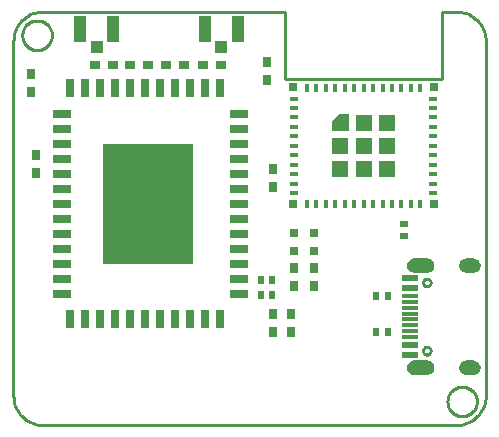
<source format=gbr>
G04 EAGLE Gerber RS-274X export*
G75*
%MOMM*%
%FSLAX34Y34*%
%LPD*%
%INSolderpaste Top*%
%IPPOS*%
%AMOC8*
5,1,8,0,0,1.08239X$1,22.5*%
G01*
%ADD10R,0.800000X0.400000*%
%ADD11R,0.400000X0.800000*%
%ADD12R,1.450000X1.450000*%
%ADD13R,0.700000X0.700000*%
%ADD14R,0.600000X0.700000*%
%ADD15R,1.450000X0.300000*%
%ADD16R,1.450000X0.600000*%
%ADD17R,1.450000X0.550000*%
%ADD18R,0.700000X0.600000*%
%ADD19R,0.800000X1.500000*%
%ADD20R,1.500000X0.800000*%
%ADD21R,7.620000X10.160000*%
%ADD22R,1.050000X2.200000*%
%ADD23R,1.000000X1.050000*%
%ADD24R,0.800000X0.900000*%
%ADD25R,0.900000X0.800000*%
%ADD26R,0.800000X0.800000*%
%ADD27C,0.254000*%

G36*
X350805Y129054D02*
X350805Y129054D01*
X350808Y129051D01*
X352075Y129256D01*
X352081Y129262D01*
X352086Y129259D01*
X353275Y129741D01*
X353279Y129748D01*
X353285Y129746D01*
X354338Y130480D01*
X354340Y130488D01*
X354346Y130487D01*
X355209Y131437D01*
X355210Y131446D01*
X355215Y131446D01*
X355845Y132565D01*
X355844Y132573D01*
X355850Y132575D01*
X356215Y133805D01*
X356212Y133812D01*
X356216Y133815D01*
X356215Y133815D01*
X356217Y133816D01*
X356299Y135097D01*
X356297Y135101D01*
X356299Y135103D01*
X356217Y136384D01*
X356211Y136390D01*
X356215Y136395D01*
X355850Y137625D01*
X355843Y137630D01*
X355845Y137635D01*
X355215Y138754D01*
X355208Y138757D01*
X355209Y138763D01*
X354346Y139713D01*
X354338Y139714D01*
X354338Y139720D01*
X353285Y140454D01*
X353277Y140454D01*
X353275Y140459D01*
X352086Y140941D01*
X352078Y140939D01*
X352075Y140944D01*
X350808Y141149D01*
X350803Y141146D01*
X350800Y141149D01*
X338800Y141149D01*
X338796Y141146D01*
X338793Y141149D01*
X337671Y140994D01*
X337666Y140989D01*
X337662Y140992D01*
X336591Y140621D01*
X336587Y140615D01*
X336582Y140617D01*
X335605Y140044D01*
X335602Y140038D01*
X335597Y140039D01*
X334750Y139286D01*
X334748Y139279D01*
X334743Y139279D01*
X334059Y138376D01*
X334059Y138369D01*
X334054Y138368D01*
X333559Y137349D01*
X333561Y137342D01*
X333559Y137341D01*
X333556Y137340D01*
X333269Y136243D01*
X333272Y136237D01*
X333268Y136234D01*
X333201Y135103D01*
X333203Y135099D01*
X333201Y135097D01*
X333268Y133966D01*
X333273Y133961D01*
X333269Y133957D01*
X333556Y132860D01*
X333562Y132856D01*
X333559Y132851D01*
X334054Y131832D01*
X334060Y131829D01*
X334059Y131824D01*
X334743Y130921D01*
X334750Y130919D01*
X334750Y130914D01*
X335597Y130161D01*
X335604Y130161D01*
X335605Y130156D01*
X336582Y129583D01*
X336589Y129584D01*
X336591Y129579D01*
X337662Y129208D01*
X337668Y129211D01*
X337671Y129206D01*
X338793Y129051D01*
X338798Y129054D01*
X338800Y129051D01*
X350800Y129051D01*
X350805Y129054D01*
G37*
G36*
X350805Y42654D02*
X350805Y42654D01*
X350808Y42651D01*
X352075Y42856D01*
X352081Y42862D01*
X352086Y42859D01*
X353275Y43341D01*
X353279Y43348D01*
X353285Y43346D01*
X354338Y44080D01*
X354340Y44088D01*
X354346Y44087D01*
X355209Y45037D01*
X355210Y45046D01*
X355215Y45046D01*
X355845Y46165D01*
X355844Y46173D01*
X355850Y46175D01*
X356215Y47405D01*
X356212Y47412D01*
X356216Y47415D01*
X356215Y47415D01*
X356217Y47416D01*
X356299Y48697D01*
X356297Y48701D01*
X356299Y48703D01*
X356217Y49984D01*
X356211Y49990D01*
X356215Y49995D01*
X355850Y51225D01*
X355843Y51230D01*
X355845Y51235D01*
X355215Y52354D01*
X355208Y52357D01*
X355209Y52363D01*
X354346Y53313D01*
X354338Y53314D01*
X354338Y53320D01*
X353285Y54054D01*
X353277Y54054D01*
X353275Y54059D01*
X352086Y54541D01*
X352078Y54539D01*
X352075Y54544D01*
X350808Y54749D01*
X350803Y54746D01*
X350800Y54749D01*
X338800Y54749D01*
X338796Y54746D01*
X338793Y54749D01*
X337671Y54594D01*
X337666Y54589D01*
X337662Y54592D01*
X336591Y54221D01*
X336587Y54215D01*
X336582Y54217D01*
X335605Y53644D01*
X335602Y53638D01*
X335597Y53639D01*
X334750Y52886D01*
X334748Y52879D01*
X334743Y52879D01*
X334059Y51976D01*
X334059Y51969D01*
X334054Y51968D01*
X333559Y50949D01*
X333561Y50942D01*
X333559Y50941D01*
X333556Y50940D01*
X333269Y49843D01*
X333272Y49837D01*
X333268Y49834D01*
X333201Y48703D01*
X333203Y48699D01*
X333201Y48697D01*
X333268Y47566D01*
X333273Y47561D01*
X333269Y47557D01*
X333556Y46460D01*
X333562Y46456D01*
X333559Y46451D01*
X334054Y45432D01*
X334060Y45429D01*
X334059Y45424D01*
X334743Y44521D01*
X334750Y44519D01*
X334750Y44514D01*
X335597Y43761D01*
X335604Y43761D01*
X335605Y43756D01*
X336582Y43183D01*
X336589Y43184D01*
X336591Y43179D01*
X337662Y42808D01*
X337668Y42811D01*
X337671Y42806D01*
X338793Y42651D01*
X338798Y42654D01*
X338800Y42651D01*
X350800Y42651D01*
X350805Y42654D01*
G37*
G36*
X284085Y248919D02*
X284085Y248919D01*
X284080Y248926D01*
X284087Y248932D01*
X284087Y263432D01*
X284051Y263479D01*
X284044Y263474D01*
X284038Y263481D01*
X275538Y263481D01*
X275517Y263465D01*
X275503Y263467D01*
X269503Y257467D01*
X269500Y257440D01*
X269489Y257432D01*
X269489Y248932D01*
X269525Y248885D01*
X269532Y248890D01*
X269538Y248883D01*
X284038Y248883D01*
X284085Y248919D01*
G37*
G36*
X389604Y129053D02*
X389604Y129053D01*
X389606Y129051D01*
X390935Y129206D01*
X390941Y129212D01*
X390945Y129209D01*
X392206Y129656D01*
X392211Y129663D01*
X392216Y129661D01*
X393346Y130378D01*
X393349Y130385D01*
X393355Y130384D01*
X394297Y131335D01*
X394298Y131343D01*
X394304Y131343D01*
X395011Y132479D01*
X395011Y132484D01*
X395012Y132485D01*
X395011Y132487D01*
X395016Y132489D01*
X395452Y133754D01*
X395450Y133762D01*
X395455Y133765D01*
X395599Y135095D01*
X395595Y135101D01*
X395599Y135105D01*
X395489Y136271D01*
X395484Y136276D01*
X395487Y136280D01*
X395152Y137403D01*
X395146Y137407D01*
X395148Y137411D01*
X394600Y138447D01*
X394594Y138450D01*
X394595Y138455D01*
X393856Y139363D01*
X393849Y139365D01*
X393849Y139370D01*
X392947Y140117D01*
X392940Y140117D01*
X392939Y140123D01*
X391908Y140679D01*
X391901Y140678D01*
X391899Y140683D01*
X390780Y141027D01*
X390773Y141025D01*
X390770Y141029D01*
X389605Y141149D01*
X389602Y141147D01*
X389600Y141149D01*
X383600Y141149D01*
X383597Y141147D01*
X383595Y141149D01*
X382419Y141038D01*
X382414Y141033D01*
X382410Y141036D01*
X381278Y140698D01*
X381274Y140692D01*
X381269Y140694D01*
X380225Y140142D01*
X380222Y140135D01*
X380217Y140137D01*
X379301Y139391D01*
X379300Y139384D01*
X379294Y139384D01*
X378541Y138475D01*
X378541Y138467D01*
X378536Y138467D01*
X377975Y137427D01*
X377976Y137420D01*
X377971Y137418D01*
X377624Y136289D01*
X377626Y136283D01*
X377622Y136280D01*
X377501Y135105D01*
X377505Y135098D01*
X377501Y135094D01*
X377658Y133754D01*
X377663Y133748D01*
X377660Y133743D01*
X378111Y132472D01*
X378118Y132467D01*
X378116Y132462D01*
X378838Y131323D01*
X378846Y131320D01*
X378845Y131314D01*
X379803Y130364D01*
X379811Y130363D01*
X379812Y130357D01*
X380957Y129644D01*
X380966Y129645D01*
X380967Y129639D01*
X382243Y129199D01*
X382250Y129201D01*
X382252Y129199D01*
X382253Y129197D01*
X383595Y129051D01*
X383598Y129053D01*
X383600Y129051D01*
X389600Y129051D01*
X389604Y129053D01*
G37*
G36*
X389604Y42653D02*
X389604Y42653D01*
X389606Y42651D01*
X390935Y42806D01*
X390941Y42812D01*
X390945Y42809D01*
X392206Y43256D01*
X392211Y43263D01*
X392216Y43261D01*
X393346Y43978D01*
X393349Y43985D01*
X393355Y43984D01*
X394297Y44935D01*
X394298Y44943D01*
X394304Y44943D01*
X395011Y46079D01*
X395011Y46084D01*
X395012Y46085D01*
X395011Y46087D01*
X395016Y46089D01*
X395452Y47354D01*
X395450Y47362D01*
X395455Y47365D01*
X395599Y48695D01*
X395595Y48701D01*
X395599Y48705D01*
X395489Y49871D01*
X395484Y49876D01*
X395487Y49880D01*
X395152Y51003D01*
X395146Y51007D01*
X395148Y51011D01*
X394600Y52047D01*
X394594Y52050D01*
X394595Y52055D01*
X393856Y52963D01*
X393849Y52965D01*
X393849Y52970D01*
X392947Y53717D01*
X392940Y53717D01*
X392939Y53723D01*
X391908Y54279D01*
X391901Y54278D01*
X391899Y54283D01*
X390780Y54627D01*
X390773Y54625D01*
X390770Y54629D01*
X389605Y54749D01*
X389602Y54747D01*
X389600Y54749D01*
X383600Y54749D01*
X383597Y54747D01*
X383595Y54749D01*
X382419Y54638D01*
X382414Y54633D01*
X382410Y54636D01*
X381278Y54298D01*
X381274Y54292D01*
X381269Y54294D01*
X380225Y53742D01*
X380222Y53735D01*
X380217Y53737D01*
X379301Y52991D01*
X379300Y52984D01*
X379294Y52984D01*
X378541Y52075D01*
X378541Y52067D01*
X378536Y52067D01*
X377975Y51027D01*
X377976Y51020D01*
X377971Y51018D01*
X377624Y49889D01*
X377626Y49883D01*
X377622Y49880D01*
X377501Y48705D01*
X377505Y48698D01*
X377501Y48694D01*
X377658Y47354D01*
X377663Y47348D01*
X377660Y47343D01*
X378111Y46072D01*
X378118Y46067D01*
X378116Y46062D01*
X378838Y44923D01*
X378846Y44920D01*
X378845Y44914D01*
X379803Y43964D01*
X379811Y43963D01*
X379812Y43957D01*
X380957Y43244D01*
X380966Y43245D01*
X380967Y43239D01*
X382243Y42799D01*
X382250Y42801D01*
X382252Y42799D01*
X382253Y42797D01*
X383595Y42651D01*
X383598Y42653D01*
X383600Y42651D01*
X389600Y42651D01*
X389604Y42653D01*
G37*
D10*
X237538Y276432D03*
X237538Y268432D03*
X237538Y260432D03*
X237538Y252432D03*
X237538Y244432D03*
X237538Y236432D03*
X237538Y228432D03*
X237538Y220432D03*
X237538Y212432D03*
X237538Y204432D03*
X237538Y196432D03*
D11*
X248538Y187432D03*
X256538Y187432D03*
X264538Y187432D03*
X272538Y187432D03*
X280538Y187432D03*
X288538Y187432D03*
X296538Y187432D03*
X304538Y187432D03*
X312538Y187432D03*
X320538Y187432D03*
X328538Y187432D03*
X336538Y187432D03*
X344538Y187432D03*
D10*
X355538Y196432D03*
X355538Y204432D03*
X355538Y212432D03*
X355538Y220432D03*
X355538Y228432D03*
X355538Y236432D03*
X355538Y244432D03*
X355538Y252432D03*
X355538Y260432D03*
X355538Y268432D03*
X355538Y276432D03*
D11*
X344538Y285432D03*
X336538Y285432D03*
X328538Y285432D03*
X320538Y285432D03*
X312538Y285432D03*
X304538Y285432D03*
X296538Y285432D03*
X288538Y285432D03*
X280538Y285432D03*
X272538Y285432D03*
X264538Y285432D03*
X256538Y285432D03*
X248538Y285432D03*
D12*
X296538Y236432D03*
X316288Y256182D03*
X296538Y256182D03*
X276788Y236432D03*
X276788Y216682D03*
X296538Y216682D03*
X316288Y216682D03*
X316288Y236432D03*
D13*
X237038Y285932D03*
X237038Y186932D03*
X356038Y186932D03*
X356038Y285932D03*
D14*
X306824Y108948D03*
X316824Y108948D03*
X306824Y78722D03*
X316824Y78722D03*
D15*
X335600Y99400D03*
X335600Y94400D03*
D16*
X335600Y124150D03*
D17*
X335600Y116400D03*
D15*
X335600Y109400D03*
X335600Y104400D03*
X335600Y84400D03*
X335600Y89400D03*
D16*
X335600Y59650D03*
D17*
X335600Y67400D03*
D15*
X335600Y74400D03*
X335600Y79400D03*
D18*
X330546Y170104D03*
X330546Y160104D03*
D19*
X175000Y285000D03*
X162300Y285000D03*
X149600Y285000D03*
X136900Y285000D03*
X124200Y285000D03*
X111500Y285000D03*
X98800Y285000D03*
X86100Y285000D03*
X73400Y285000D03*
X60700Y285000D03*
X48000Y285000D03*
X175000Y90000D03*
X162300Y90000D03*
X149600Y90000D03*
X136900Y90000D03*
X124200Y90000D03*
X111500Y90000D03*
X98800Y90000D03*
X86100Y90000D03*
X73400Y90000D03*
X60700Y90000D03*
X48000Y90000D03*
D20*
X41100Y263200D03*
X41100Y250500D03*
X41100Y237800D03*
X41100Y225100D03*
X41100Y212400D03*
X41100Y199700D03*
X41100Y187000D03*
X41100Y174300D03*
X41100Y161600D03*
X41100Y148900D03*
X41100Y136200D03*
X41100Y123500D03*
X41100Y110800D03*
X191100Y263200D03*
X191100Y250500D03*
X191100Y237800D03*
X191100Y225100D03*
X191100Y212400D03*
X191100Y199700D03*
X191100Y187000D03*
X191100Y174300D03*
X191100Y161600D03*
X191100Y148900D03*
X191100Y136200D03*
X191100Y123500D03*
X191100Y110800D03*
D21*
X114040Y187210D03*
D22*
X84164Y335000D03*
X56664Y335000D03*
D23*
X70414Y319750D03*
D24*
X15000Y297620D03*
X15000Y282380D03*
X215000Y292380D03*
X215000Y307620D03*
D14*
X209236Y123156D03*
X219236Y123156D03*
X209316Y110494D03*
X219316Y110494D03*
D22*
X189766Y335000D03*
X162266Y335000D03*
D23*
X176016Y319750D03*
D24*
X234628Y94412D03*
X234628Y79172D03*
X219948Y94426D03*
X219948Y79186D03*
X18994Y228584D03*
X18994Y213344D03*
D25*
X83970Y305000D03*
X68730Y305000D03*
X114122Y305108D03*
X98882Y305108D03*
X160936Y305000D03*
X176176Y305000D03*
X129412Y305000D03*
X144652Y305000D03*
D26*
X237914Y162780D03*
X237914Y147780D03*
X254810Y162780D03*
X254810Y147780D03*
D24*
X254810Y117660D03*
X254810Y132900D03*
X237914Y117660D03*
X237914Y132900D03*
X219746Y216722D03*
X219746Y201482D03*
D27*
X0Y25000D02*
X95Y22821D01*
X380Y20659D01*
X852Y18530D01*
X1508Y16450D01*
X2342Y14435D01*
X3349Y12500D01*
X4521Y10661D01*
X5849Y8930D01*
X7322Y7322D01*
X8930Y5849D01*
X10661Y4521D01*
X12500Y3349D01*
X14435Y2342D01*
X16450Y1508D01*
X18530Y852D01*
X20659Y380D01*
X22821Y95D01*
X25000Y0D01*
X375000Y0D01*
X377179Y95D01*
X379341Y380D01*
X381470Y852D01*
X383551Y1508D01*
X385565Y2342D01*
X387500Y3349D01*
X389339Y4521D01*
X391070Y5849D01*
X392678Y7322D01*
X394151Y8930D01*
X395479Y10661D01*
X396651Y12500D01*
X397658Y14435D01*
X398492Y16450D01*
X399148Y18530D01*
X399620Y20659D01*
X399905Y22821D01*
X400000Y25000D01*
X400000Y325000D01*
X399905Y327179D01*
X399620Y329341D01*
X399148Y331470D01*
X398492Y333551D01*
X397658Y335565D01*
X396651Y337500D01*
X395479Y339339D01*
X394151Y341070D01*
X392678Y342678D01*
X391070Y344151D01*
X389339Y345479D01*
X387500Y346651D01*
X385565Y347658D01*
X383551Y348492D01*
X381470Y349148D01*
X379341Y349620D01*
X377179Y349905D01*
X375000Y350000D01*
X362698Y350000D01*
X362698Y293000D01*
X230000Y293000D01*
X230000Y350000D01*
X25000Y350000D01*
X22821Y349905D01*
X20659Y349620D01*
X18530Y349148D01*
X16450Y348492D01*
X14435Y347658D01*
X12500Y346651D01*
X10661Y345479D01*
X8930Y344151D01*
X7322Y342678D01*
X5849Y341070D01*
X4521Y339339D01*
X3349Y337500D01*
X2342Y335565D01*
X1508Y333551D01*
X852Y331470D01*
X380Y329341D01*
X95Y327179D01*
X0Y325000D01*
X0Y25000D01*
X339250Y132100D02*
X350250Y132100D01*
X350511Y132111D01*
X350771Y132146D01*
X351026Y132202D01*
X351276Y132281D01*
X351518Y132381D01*
X351750Y132502D01*
X351971Y132643D01*
X352178Y132802D01*
X352371Y132979D01*
X352548Y133172D01*
X352707Y133379D01*
X352848Y133600D01*
X352969Y133832D01*
X353069Y134074D01*
X353148Y134324D01*
X353204Y134579D01*
X353239Y134839D01*
X353250Y135100D01*
X353239Y135361D01*
X353204Y135621D01*
X353148Y135876D01*
X353069Y136126D01*
X352969Y136368D01*
X352848Y136600D01*
X352707Y136821D01*
X352548Y137028D01*
X352371Y137221D01*
X352178Y137398D01*
X351971Y137557D01*
X351750Y137698D01*
X351518Y137819D01*
X351276Y137919D01*
X351026Y137998D01*
X350771Y138054D01*
X350511Y138089D01*
X350250Y138100D01*
X339250Y138100D01*
X338989Y138089D01*
X338729Y138054D01*
X338474Y137998D01*
X338224Y137919D01*
X337982Y137819D01*
X337750Y137698D01*
X337529Y137557D01*
X337322Y137398D01*
X337129Y137221D01*
X336952Y137028D01*
X336793Y136821D01*
X336652Y136600D01*
X336531Y136368D01*
X336431Y136126D01*
X336352Y135876D01*
X336296Y135621D01*
X336261Y135361D01*
X336250Y135100D01*
X336261Y134839D01*
X336296Y134579D01*
X336352Y134324D01*
X336431Y134074D01*
X336531Y133832D01*
X336652Y133600D01*
X336793Y133379D01*
X336952Y133172D01*
X337129Y132979D01*
X337322Y132802D01*
X337529Y132643D01*
X337750Y132502D01*
X337982Y132381D01*
X338224Y132281D01*
X338474Y132202D01*
X338729Y132146D01*
X338989Y132111D01*
X339250Y132100D01*
X383400Y132100D02*
X389600Y132100D01*
X389861Y132111D01*
X390121Y132146D01*
X390376Y132202D01*
X390626Y132281D01*
X390868Y132381D01*
X391100Y132502D01*
X391321Y132643D01*
X391528Y132802D01*
X391721Y132979D01*
X391898Y133172D01*
X392057Y133379D01*
X392198Y133600D01*
X392319Y133832D01*
X392419Y134074D01*
X392498Y134324D01*
X392554Y134579D01*
X392589Y134839D01*
X392600Y135100D01*
X392589Y135361D01*
X392554Y135621D01*
X392498Y135876D01*
X392419Y136126D01*
X392319Y136368D01*
X392198Y136600D01*
X392057Y136821D01*
X391898Y137028D01*
X391721Y137221D01*
X391528Y137398D01*
X391321Y137557D01*
X391100Y137698D01*
X390868Y137819D01*
X390626Y137919D01*
X390376Y137998D01*
X390121Y138054D01*
X389861Y138089D01*
X389600Y138100D01*
X383400Y138100D01*
X383139Y138089D01*
X382879Y138054D01*
X382624Y137998D01*
X382374Y137919D01*
X382132Y137819D01*
X381900Y137698D01*
X381679Y137557D01*
X381472Y137398D01*
X381279Y137221D01*
X381102Y137028D01*
X380943Y136821D01*
X380802Y136600D01*
X380681Y136368D01*
X380581Y136126D01*
X380502Y135876D01*
X380446Y135621D01*
X380411Y135361D01*
X380400Y135100D01*
X380411Y134839D01*
X380446Y134579D01*
X380502Y134324D01*
X380581Y134074D01*
X380681Y133832D01*
X380802Y133600D01*
X380943Y133379D01*
X381102Y133172D01*
X381279Y132979D01*
X381472Y132802D01*
X381679Y132643D01*
X381900Y132502D01*
X382132Y132381D01*
X382374Y132281D01*
X382624Y132202D01*
X382879Y132146D01*
X383139Y132111D01*
X383400Y132100D01*
X383400Y45700D02*
X389600Y45700D01*
X389861Y45711D01*
X390121Y45746D01*
X390376Y45802D01*
X390626Y45881D01*
X390868Y45981D01*
X391100Y46102D01*
X391321Y46243D01*
X391528Y46402D01*
X391721Y46579D01*
X391898Y46772D01*
X392057Y46979D01*
X392198Y47200D01*
X392319Y47432D01*
X392419Y47674D01*
X392498Y47924D01*
X392554Y48179D01*
X392589Y48439D01*
X392600Y48700D01*
X392589Y48961D01*
X392554Y49221D01*
X392498Y49476D01*
X392419Y49726D01*
X392319Y49968D01*
X392198Y50200D01*
X392057Y50421D01*
X391898Y50628D01*
X391721Y50821D01*
X391528Y50998D01*
X391321Y51157D01*
X391100Y51298D01*
X390868Y51419D01*
X390626Y51519D01*
X390376Y51598D01*
X390121Y51654D01*
X389861Y51689D01*
X389600Y51700D01*
X383400Y51700D01*
X383139Y51689D01*
X382879Y51654D01*
X382624Y51598D01*
X382374Y51519D01*
X382132Y51419D01*
X381900Y51298D01*
X381679Y51157D01*
X381472Y50998D01*
X381279Y50821D01*
X381102Y50628D01*
X380943Y50421D01*
X380802Y50200D01*
X380681Y49968D01*
X380581Y49726D01*
X380502Y49476D01*
X380446Y49221D01*
X380411Y48961D01*
X380400Y48700D01*
X380411Y48439D01*
X380446Y48179D01*
X380502Y47924D01*
X380581Y47674D01*
X380681Y47432D01*
X380802Y47200D01*
X380943Y46979D01*
X381102Y46772D01*
X381279Y46579D01*
X381472Y46402D01*
X381679Y46243D01*
X381900Y46102D01*
X382132Y45981D01*
X382374Y45881D01*
X382624Y45802D01*
X382879Y45746D01*
X383139Y45711D01*
X383400Y45700D01*
X339250Y45700D02*
X350250Y45700D01*
X350511Y45711D01*
X350771Y45746D01*
X351026Y45802D01*
X351276Y45881D01*
X351518Y45981D01*
X351750Y46102D01*
X351971Y46243D01*
X352178Y46402D01*
X352371Y46579D01*
X352548Y46772D01*
X352707Y46979D01*
X352848Y47200D01*
X352969Y47432D01*
X353069Y47674D01*
X353148Y47924D01*
X353204Y48179D01*
X353239Y48439D01*
X353250Y48700D01*
X353239Y48961D01*
X353204Y49221D01*
X353148Y49476D01*
X353069Y49726D01*
X352969Y49968D01*
X352848Y50200D01*
X352707Y50421D01*
X352548Y50628D01*
X352371Y50821D01*
X352178Y50998D01*
X351971Y51157D01*
X351750Y51298D01*
X351518Y51419D01*
X351276Y51519D01*
X351026Y51598D01*
X350771Y51654D01*
X350511Y51689D01*
X350250Y51700D01*
X339250Y51700D01*
X338989Y51689D01*
X338729Y51654D01*
X338474Y51598D01*
X338224Y51519D01*
X337982Y51419D01*
X337750Y51298D01*
X337529Y51157D01*
X337322Y50998D01*
X337129Y50821D01*
X336952Y50628D01*
X336793Y50421D01*
X336652Y50200D01*
X336531Y49968D01*
X336431Y49726D01*
X336352Y49476D01*
X336296Y49221D01*
X336261Y48961D01*
X336250Y48700D01*
X336261Y48439D01*
X336296Y48179D01*
X336352Y47924D01*
X336431Y47674D01*
X336531Y47432D01*
X336652Y47200D01*
X336793Y46979D01*
X336952Y46772D01*
X337129Y46579D01*
X337322Y46402D01*
X337529Y46243D01*
X337750Y46102D01*
X337982Y45981D01*
X338224Y45881D01*
X338474Y45802D01*
X338729Y45746D01*
X338989Y45711D01*
X339250Y45700D01*
X32500Y329509D02*
X32423Y328530D01*
X32269Y327560D01*
X32040Y326604D01*
X31736Y325670D01*
X31361Y324763D01*
X30915Y323888D01*
X30401Y323050D01*
X29824Y322255D01*
X29186Y321508D01*
X28492Y320814D01*
X27745Y320176D01*
X26950Y319599D01*
X26112Y319085D01*
X25237Y318639D01*
X24330Y318264D01*
X23396Y317960D01*
X22441Y317731D01*
X21470Y317577D01*
X20491Y317500D01*
X19509Y317500D01*
X18530Y317577D01*
X17560Y317731D01*
X16604Y317960D01*
X15670Y318264D01*
X14763Y318639D01*
X13888Y319085D01*
X13050Y319599D01*
X12255Y320176D01*
X11508Y320814D01*
X10814Y321508D01*
X10176Y322255D01*
X9599Y323050D01*
X9085Y323888D01*
X8639Y324763D01*
X8264Y325670D01*
X7960Y326604D01*
X7731Y327560D01*
X7577Y328530D01*
X7500Y329509D01*
X7500Y330491D01*
X7577Y331470D01*
X7731Y332441D01*
X7960Y333396D01*
X8264Y334330D01*
X8639Y335237D01*
X9085Y336112D01*
X9599Y336950D01*
X10176Y337745D01*
X10814Y338492D01*
X11508Y339186D01*
X12255Y339824D01*
X13050Y340401D01*
X13888Y340915D01*
X14763Y341361D01*
X15670Y341736D01*
X16604Y342040D01*
X17560Y342269D01*
X18530Y342423D01*
X19509Y342500D01*
X20491Y342500D01*
X21470Y342423D01*
X22441Y342269D01*
X23396Y342040D01*
X24330Y341736D01*
X25237Y341361D01*
X26112Y340915D01*
X26950Y340401D01*
X27745Y339824D01*
X28492Y339186D01*
X29186Y338492D01*
X29824Y337745D01*
X30401Y336950D01*
X30915Y336112D01*
X31361Y335237D01*
X31736Y334330D01*
X32040Y333396D01*
X32269Y332441D01*
X32423Y331470D01*
X32500Y330491D01*
X32500Y329509D01*
X392500Y19509D02*
X392423Y18530D01*
X392269Y17560D01*
X392040Y16604D01*
X391736Y15670D01*
X391361Y14763D01*
X390915Y13888D01*
X390401Y13050D01*
X389824Y12255D01*
X389186Y11508D01*
X388492Y10814D01*
X387745Y10176D01*
X386950Y9599D01*
X386112Y9085D01*
X385237Y8639D01*
X384330Y8264D01*
X383396Y7960D01*
X382441Y7731D01*
X381470Y7577D01*
X380491Y7500D01*
X379509Y7500D01*
X378530Y7577D01*
X377560Y7731D01*
X376604Y7960D01*
X375670Y8264D01*
X374763Y8639D01*
X373888Y9085D01*
X373050Y9599D01*
X372255Y10176D01*
X371508Y10814D01*
X370814Y11508D01*
X370176Y12255D01*
X369599Y13050D01*
X369085Y13888D01*
X368639Y14763D01*
X368264Y15670D01*
X367960Y16604D01*
X367731Y17560D01*
X367577Y18530D01*
X367500Y19509D01*
X367500Y20491D01*
X367577Y21470D01*
X367731Y22441D01*
X367960Y23396D01*
X368264Y24330D01*
X368639Y25237D01*
X369085Y26112D01*
X369599Y26950D01*
X370176Y27745D01*
X370814Y28492D01*
X371508Y29186D01*
X372255Y29824D01*
X373050Y30401D01*
X373888Y30915D01*
X374763Y31361D01*
X375670Y31736D01*
X376604Y32040D01*
X377560Y32269D01*
X378530Y32423D01*
X379509Y32500D01*
X380491Y32500D01*
X381470Y32423D01*
X382441Y32269D01*
X383396Y32040D01*
X384330Y31736D01*
X385237Y31361D01*
X386112Y30915D01*
X386950Y30401D01*
X387745Y29824D01*
X388492Y29186D01*
X389186Y28492D01*
X389824Y27745D01*
X390401Y26950D01*
X390915Y26112D01*
X391361Y25237D01*
X391736Y24330D01*
X392040Y23396D01*
X392269Y22441D01*
X392423Y21470D01*
X392500Y20491D01*
X392500Y19509D01*
X350263Y66250D02*
X350685Y66194D01*
X351097Y66084D01*
X351491Y65921D01*
X351859Y65708D01*
X352197Y65449D01*
X352499Y65147D01*
X352758Y64809D01*
X352971Y64441D01*
X353134Y64047D01*
X353244Y63635D01*
X353300Y63213D01*
X353300Y62787D01*
X353244Y62365D01*
X353134Y61953D01*
X352971Y61559D01*
X352758Y61191D01*
X352499Y60853D01*
X352197Y60551D01*
X351859Y60292D01*
X351491Y60079D01*
X351097Y59916D01*
X350685Y59806D01*
X350263Y59750D01*
X349837Y59750D01*
X349415Y59806D01*
X349003Y59916D01*
X348609Y60079D01*
X348241Y60292D01*
X347903Y60551D01*
X347601Y60853D01*
X347342Y61191D01*
X347129Y61559D01*
X346966Y61953D01*
X346856Y62365D01*
X346800Y62787D01*
X346800Y63213D01*
X346856Y63635D01*
X346966Y64047D01*
X347129Y64441D01*
X347342Y64809D01*
X347601Y65147D01*
X347903Y65449D01*
X348241Y65708D01*
X348609Y65921D01*
X349003Y66084D01*
X349415Y66194D01*
X349837Y66250D01*
X350263Y66250D01*
X350263Y124050D02*
X350685Y123994D01*
X351097Y123884D01*
X351491Y123721D01*
X351859Y123508D01*
X352197Y123249D01*
X352499Y122947D01*
X352758Y122609D01*
X352971Y122241D01*
X353134Y121847D01*
X353244Y121435D01*
X353300Y121013D01*
X353300Y120587D01*
X353244Y120165D01*
X353134Y119753D01*
X352971Y119359D01*
X352758Y118991D01*
X352499Y118653D01*
X352197Y118351D01*
X351859Y118092D01*
X351491Y117879D01*
X351097Y117716D01*
X350685Y117606D01*
X350263Y117550D01*
X349837Y117550D01*
X349415Y117606D01*
X349003Y117716D01*
X348609Y117879D01*
X348241Y118092D01*
X347903Y118351D01*
X347601Y118653D01*
X347342Y118991D01*
X347129Y119359D01*
X346966Y119753D01*
X346856Y120165D01*
X346800Y120587D01*
X346800Y121013D01*
X346856Y121435D01*
X346966Y121847D01*
X347129Y122241D01*
X347342Y122609D01*
X347601Y122947D01*
X347903Y123249D01*
X348241Y123508D01*
X348609Y123721D01*
X349003Y123884D01*
X349415Y123994D01*
X349837Y124050D01*
X350263Y124050D01*
M02*

</source>
